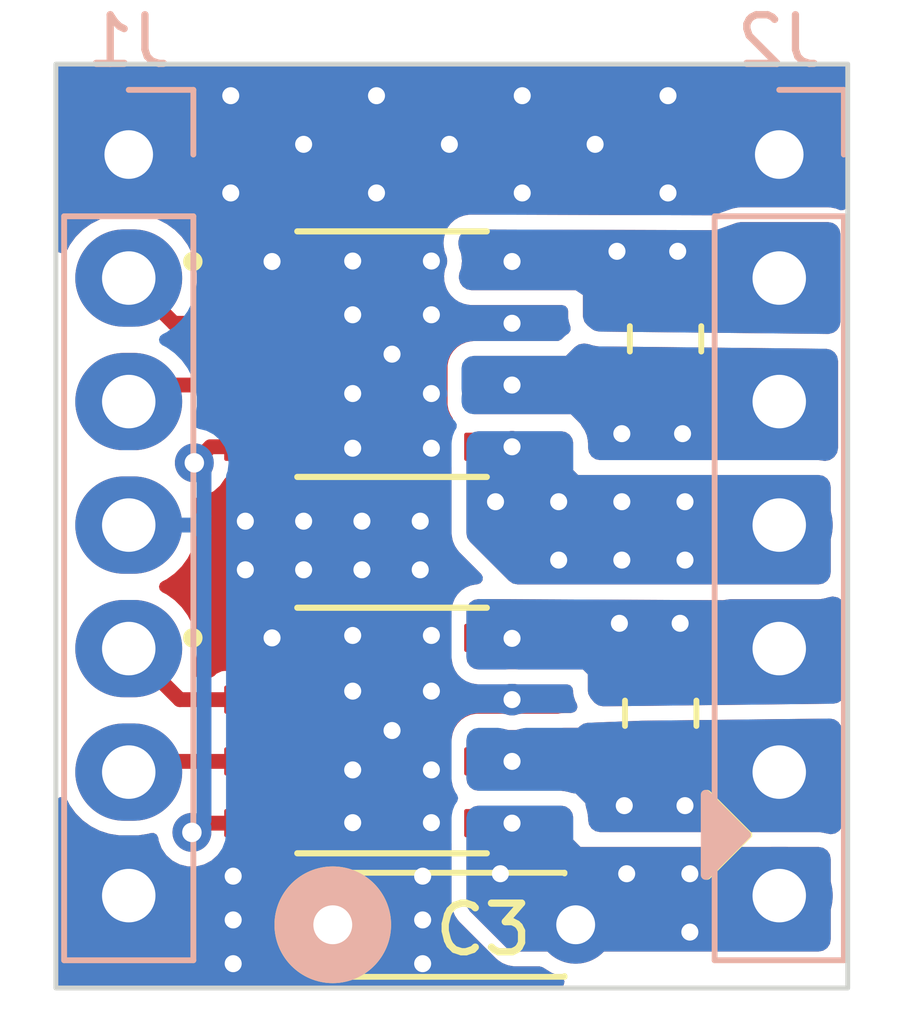
<source format=kicad_pcb>
(kicad_pcb (version 20240108) (generator "pcbnew") (generator_version "8.0")
  (layers (0 "F.Cu" signal) (31 "B.Cu" signal) (34 "B.Paste" user) (35 "F.Paste" user) (36 "B.SilkS" user "B.Silkscreen") (37 "F.SilkS" user "F.Silkscreen") (38 "B.Mask" user) (39 "F.Mask" user) (44 "Edge.Cuts" user))
  (net 0 "")
  (net 1 "/OUT_A2")
  (net 2 "/OUT_A1")
  (net 3 "/OUT_B1")
  (net 4 "/OUT_B2")
  (net 5 "GND")
  (net 6 "/VM")
  (net 7 "/VREF")
  (net 8 "/IN_A2")
  (net 9 "/IN_A1")
  (net 10 "/IN_B2")
  (net 11 "/IN_B1")
  (footprint "TB67H450FNG_EL:TB67H450FNG_EL" (layer "F.Cu") (at 111.07 108.215)
    (property "Reference" "IC2" (hide yes))
    (property "Value" "Motor_B" (hide yes))
    (fp_line (start -1.95 -2.525) (end 1.95 -2.525) (stroke (width 0.127)) (layer "F.SilkS"))
    (fp_line (start -1.95 2.525) (end 1.95 2.525) (stroke (width 0.127)) (layer "F.SilkS"))
    (fp_circle (center -4.1 -1.905) (end -4 -1.905) (stroke (width 0.2)) (fill none) (layer "F.SilkS"))
    (pad "1" smd roundrect (at -2.47 -1.905) (size 1.97 0.58) (layers "F.Cu" "F.Paste" "F.Mask") (roundrect_rratio 0.07) (net 5 "GND"))
    (pad "2" smd roundrect (at -2.47 -0.635) (size 1.97 0.58) (layers "F.Cu" "F.Paste" "F.Mask") (roundrect_rratio 0.07) (net 10 "/IN_B2"))
    (pad "3" smd roundrect (at -2.47 0.635) (size 1.97 0.58) (layers "F.Cu" "F.Paste" "F.Mask") (roundrect_rratio 0.07) (net 11 "/IN_B1"))
    (pad "4" smd roundrect (at -2.47 1.905) (size 1.97 0.58) (layers "F.Cu" "F.Paste" "F.Mask") (roundrect_rratio 0.07) (net 7 "/VREF"))
    (pad "5" smd roundrect (at 2.47 1.905) (size 1.97 0.58) (layers "F.Cu" "F.Paste" "F.Mask") (roundrect_rratio 0.07) (net 6 "/VM"))
    (pad "6" smd roundrect (at 2.47 0.635) (size 1.97 0.58) (layers "F.Cu" "F.Paste" "F.Mask") (roundrect_rratio 0.07) (net 3 "/OUT_B1"))
    (pad "7" smd roundrect (at 2.47 -0.635) (size 1.97 0.58) (layers "F.Cu" "F.Paste" "F.Mask") (roundrect_rratio 0.07) (net 5 "GND"))
    (pad "8" smd roundrect (at 2.47 -1.905) (size 1.97 0.58) (layers "F.Cu" "F.Paste" "F.Mask") (roundrect_rratio 0.07) (net 4 "/OUT_B2"))
    (pad "9" smd rect (at 0 0) (size 2.285 2.285) (layers "F.Cu" "F.Mask") (net 5 "GND"))
  )
  (footprint "Capacitor_SMD:C_0805_2012Metric" (layer "F.Cu") (at 116.6 115.6 90)
    (property "Reference" "C2" (hide yes))
    (property "Value" "100n" (hide yes))
    (fp_line (start -0.261252 -0.735) (end 0.261252 -0.735) (stroke (width 0.12)) (layer "F.SilkS"))
    (fp_line (start -0.261252 0.735) (end 0.261252 0.735) (stroke (width 0.12)) (layer "F.SilkS"))
    (pad "1" smd roundrect (at -0.95 0 90) (size 1 1.45) (layers "F.Cu" "F.Paste" "F.Mask") (net 2 "/OUT_A1"))
    (pad "2" smd roundrect (at 0.95 0 90) (size 1 1.45) (layers "F.Cu" "F.Paste" "F.Mask") (net 1 "/OUT_A2"))
  )
  (footprint "Capacitor_THT:C_Disc_D4.3mm_W1.9mm_P5.00mm" (layer "F.Cu") (at 114.85 119.95 180)
    (property "Reference" "C3" (at 1.9 -0.1 0) (layer "F.SilkS"))
    (property "Value" "100u" (hide yes))
    (fp_line (start 4.77 1.055) (end 4.77 1.07) (stroke (width 0.12)) (layer "F.SilkS"))
    (fp_line (start 4.77 -1.07) (end 4.77 -1.055) (stroke (width 0.12)) (layer "F.SilkS"))
    (fp_line (start 0.23 1.07) (end 4.77 1.07) (stroke (width 0.12)) (layer "F.SilkS"))
    (fp_line (start 0.23 1.055) (end 0.23 1.07) (stroke (width 0.12)) (layer "F.SilkS"))
    (fp_line (start 0.23 -1.07) (end 4.77 -1.07) (stroke (width 0.12)) (layer "F.SilkS"))
    (fp_line (start 0.23 -1.07) (end 0.23 -1.055) (stroke (width 0.12)) (layer "F.SilkS"))
    (pad "1" thru_hole circle (at 0 0 180) (size 1.6 1.6) (drill 0.8) (layers "*.Cu" "*.Mask") (net 6 "/VM"))
    (pad "2" thru_hole circle (at 5 0 180) (size 1.6 1.6) (drill 0.8) (layers "*.Cu" "*.Mask") (net 5 "GND"))
  )
  (footprint "Capacitor_SMD:C_0805_2012Metric" (layer "F.Cu") (at 116.7 107.9 90)
    (property "Reference" "C1" (hide yes))
    (property "Value" "100n" (hide yes))
    (fp_line (start -0.261252 -0.735) (end 0.261252 -0.735) (stroke (width 0.12)) (layer "F.SilkS"))
    (fp_line (start -0.261252 0.735) (end 0.261252 0.735) (stroke (width 0.12)) (layer "F.SilkS"))
    (pad "1" smd roundrect (at -0.95 0 90) (size 1 1.45) (layers "F.Cu" "F.Paste" "F.Mask") (net 3 "/OUT_B1"))
    (pad "2" smd roundrect (at 0.95 0 90) (size 1 1.45) (layers "F.Cu" "F.Paste" "F.Mask") (net 4 "/OUT_B2"))
  )
  (footprint "TB67H450FNG_EL:TB67H450FNG_EL" (layer "F.Cu") (at 111.07 115.955)
    (property "Reference" "IC1" (hide yes))
    (property "Value" "Motor_A" (hide yes))
    (fp_line (start -1.95 -2.525) (end 1.95 -2.525) (stroke (width 0.127)) (layer "F.SilkS"))
    (fp_line (start -1.95 2.525) (end 1.95 2.525) (stroke (width 0.127)) (layer "F.SilkS"))
    (fp_circle (center -4.1 -1.905) (end -4 -1.905) (stroke (width 0.2)) (fill none) (layer "F.SilkS"))
    (pad "1" smd roundrect (at -2.47 -1.905) (size 1.97 0.58) (layers "F.Cu" "F.Paste" "F.Mask") (roundrect_rratio 0.07) (net 5 "GND"))
    (pad "2" smd roundrect (at -2.47 -0.635) (size 1.97 0.58) (layers "F.Cu" "F.Paste" "F.Mask") (roundrect_rratio 0.07) (net 8 "/IN_A2"))
    (pad "3" smd roundrect (at -2.47 0.635) (size 1.97 0.58) (layers "F.Cu" "F.Paste" "F.Mask") (roundrect_rratio 0.07) (net 9 "/IN_A1"))
    (pad "4" smd roundrect (at -2.47 1.905) (size 1.97 0.58) (layers "F.Cu" "F.Paste" "F.Mask") (roundrect_rratio 0.07) (net 7 "/VREF"))
    (pad "5" smd roundrect (at 2.47 1.905) (size 1.97 0.58) (layers "F.Cu" "F.Paste" "F.Mask") (roundrect_rratio 0.07) (net 6 "/VM"))
    (pad "6" smd roundrect (at 2.47 0.635) (size 1.97 0.58) (layers "F.Cu" "F.Paste" "F.Mask") (roundrect_rratio 0.07) (net 2 "/OUT_A1"))
    (pad "7" smd roundrect (at 2.47 -0.635) (size 1.97 0.58) (layers "F.Cu" "F.Paste" "F.Mask") (roundrect_rratio 0.07) (net 5 "GND"))
    (pad "8" smd roundrect (at 2.47 -1.905) (size 1.97 0.58) (layers "F.Cu" "F.Paste" "F.Mask") (roundrect_rratio 0.07) (net 1 "/OUT_A2"))
    (pad "9" smd rect (at 0 0) (size 2.285 2.285) (layers "F.Cu" "F.Mask") (net 5 "GND"))
  )
  (footprint "Connector_PinHeader_2.54mm:PinHeader_1x07_P2.54mm_Vertical" (layer "B.Cu") (at 119.04 104.11 180)
    (property "Reference" "J2" (at 0 2.33 0) (layer "B.SilkS") (effects (justify mirror)))
    (property "Value" "Conn_01x07_Pin" (hide yes))
    (fp_line (start 1.33 -1.27) (end -1.33 -1.27) (stroke (width 0.12)) (layer "B.SilkS"))
    (fp_line (start 1.33 -16.57) (end 1.33 -1.27) (stroke (width 0.12)) (layer "B.SilkS"))
    (fp_line (start 1.33 -16.57) (end -1.33 -16.57) (stroke (width 0.12)) (layer "B.SilkS"))
    (fp_line (start 0 1.33) (end -1.33 1.33) (stroke (width 0.12)) (layer "B.SilkS"))
    (fp_line (start -1.33 1.33) (end -1.33 0) (stroke (width 0.12)) (layer "B.SilkS"))
    (fp_line (start -1.33 -16.57) (end -1.33 -1.27) (stroke (width 0.12)) (layer "B.SilkS"))
    (pad "1" thru_hole rect (at 0 0 180) (size 2.2 2) (drill 1) (layers "*.Cu" "*.Mask") (net 5 "GND"))
    (pad "2" thru_hole oval (at 0 -2.54 180) (size 2.2 2) (drill 1.1) (layers "*.Cu" "*.Mask") (net 4 "/OUT_B2"))
    (pad "3" thru_hole oval (at 0 -5.08 180) (size 2.2 2) (drill 1.1) (layers "*.Cu" "*.Mask") (net 3 "/OUT_B1"))
    (pad "4" thru_hole oval (at 0 -7.62 180) (size 2.2 2) (drill 1.1) (layers "*.Cu" "*.Mask") (net 6 "/VM"))
    (pad "5" thru_hole oval (at 0 -10.16 180) (size 2.2 2) (drill 1.1) (layers "*.Cu" "*.Mask") (net 1 "/OUT_A2"))
    (pad "6" thru_hole oval (at 0 -12.7 180) (size 2.2 2) (drill 1.1) (layers "*.Cu" "*.Mask") (net 2 "/OUT_A1"))
    (pad "7" thru_hole oval (at 0 -15.24 180) (size 2.2 2) (drill 1.1) (layers "*.Cu" "*.Mask") (net 6 "/VM"))
  )
  (footprint "Connector_PinHeader_2.54mm:PinHeader_1x07_P2.54mm_Vertical" (layer "B.Cu") (at 105.65 104.11 180)
    (property "Reference" "J1" (at 0 2.33 0) (layer "B.SilkS") (effects (justify mirror)))
    (property "Value" "Conn_01x07_Pin" (hide yes))
    (fp_line (start 1.33 -1.27) (end -1.33 -1.27) (stroke (width 0.12)) (layer "B.SilkS"))
    (fp_line (start 1.33 -16.57) (end 1.33 -1.27) (stroke (width 0.12)) (layer "B.SilkS"))
    (fp_line (start 1.33 -16.57) (end -1.33 -16.57) (stroke (width 0.12)) (layer "B.SilkS"))
    (fp_line (start 0 1.33) (end -1.33 1.33) (stroke (width 0.12)) (layer "B.SilkS"))
    (fp_line (start -1.33 1.33) (end -1.33 0) (stroke (width 0.12)) (layer "B.SilkS"))
    (fp_line (start -1.33 -16.57) (end -1.33 -1.27) (stroke (width 0.12)) (layer "B.SilkS"))
    (pad "1" thru_hole rect (at 0 0 180) (size 2.2 2) (drill 1) (layers "*.Cu" "*.Mask") (net 5 "GND"))
    (pad "2" thru_hole oval (at 0 -2.54 180) (size 2.2 2) (drill 1.1) (layers "*.Cu" "*.Mask") (net 10 "/IN_B2"))
    (pad "3" thru_hole oval (at 0 -5.08 180) (size 2.2 2) (drill 1.1) (layers "*.Cu" "*.Mask") (net 11 "/IN_B1"))
    (pad "4" thru_hole oval (at 0 -7.62 180) (size 2.2 2) (drill 1.1) (layers "*.Cu" "*.Mask") (net 7 "/VREF"))
    (pad "5" thru_hole oval (at 0 -10.16 180) (size 2.2 2) (drill 1.1) (layers "*.Cu" "*.Mask") (net 8 "/IN_A2"))
    (pad "6" thru_hole oval (at 0 -12.7 180) (size 2.2 2) (drill 1.1) (layers "*.Cu" "*.Mask") (net 9 "/IN_A1"))
    (pad "7" thru_hole oval (at 0 -15.24 180) (size 2.2 2) (drill 1.1) (layers "*.Cu" "*.Mask") (net 5 "GND"))
  )
  (gr_circle (center 109.85 119.95) (end 108.75 119.95) (stroke (width 0.2)) (fill solid) (layer "B.SilkS"))
  (gr_poly (pts (xy 117.525 117.275) (xy 117.525 118.925) (xy 118.35 118.1)) (stroke (width 0.2)) (fill solid) (layer "B.SilkS"))
  (gr_poly (pts (xy 117.55 117.275) (xy 117.55 118.925) (xy 118.375 118.1)) (stroke (width 0.2)) (fill solid) (layer "F.SilkS"))
  (gr_circle (center 109.85 119.95) (end 110.95 119.95) (stroke (width 0.2)) (fill solid) (layer "F.SilkS"))
  (gr_rect (start 104.15 102.25) (end 120.45 121.25) (stroke (width 0.1)) (fill none) (layer "Edge.Cuts"))
  (via (at 113.54 114.06) (size 0.65) (drill 0.35) (layers "F.Cu" "B.Cu") (net 1))
  (via (at 117 113.75) (size 0.65) (drill 0.35) (layers "F.Cu" "B.Cu") (net 1))
  (via (at 115.75 113.75) (size 0.65) (drill 0.35) (layers "F.Cu" "B.Cu") (net 1))
  (via (at 117.1 117.5) (size 0.65) (drill 0.35) (layers "F.Cu" "B.Cu") (net 2))
  (via (at 113.54 116.59) (size 0.65) (drill 0.35) (layers "F.Cu" "B.Cu") (net 2))
  (via (at 115.85 117.5) (size 0.65) (drill 0.35) (layers "F.Cu" "B.Cu") (net 2))
  (via (at 115.8 109.85) (size 0.65) (drill 0.35) (layers "F.Cu" "B.Cu") (net 3))
  (via (at 113.54 108.85) (size 0.65) (drill 0.35) (layers "F.Cu" "B.Cu") (net 3))
  (via (at 117.05 109.85) (size 0.65) (drill 0.35) (layers "F.Cu" "B.Cu") (net 3))
  (via (at 113.54 106.31) (size 0.65) (drill 0.35) (layers "F.Cu" "B.Cu") (net 4))
  (via (at 116.95 106.1) (size 0.65) (drill 0.35) (layers "F.Cu" "B.Cu") (net 4))
  (via (at 115.7 106.1) (size 0.65) (drill 0.35) (layers "F.Cu" "B.Cu") (net 4))
  (via (at 109.25 103.9) (size 0.65) (drill 0.35) (layers "F.Cu" "B.Cu") (net 5))
  (via (at 115.25 103.9) (size 0.65) (drill 0.35) (layers "F.Cu" "B.Cu") (net 5))
  (via (at 110.75 104.9) (size 0.65) (drill 0.35) (layers "F.Cu" "B.Cu") (net 5))
  (via (at 107.8 119.85) (size 0.65) (drill 0.35) (layers "F.Cu" "B.Cu") (net 5))
  (via (at 111.88 107.405) (size 0.65) (drill 0.35) (layers "F.Cu" "B.Cu") (net 5))
  (via (at 110.45 112.65) (size 0.65) (drill 0.35) (layers "F.Cu" "B.Cu") (net 5))
  (via (at 111.7 118.95) (size 0.65) (drill 0.35) (layers "F.Cu" "B.Cu") (net 5))
  (via (at 110.26 116.765) (size 0.65) (drill 0.35) (layers "F.Cu" "B.Cu") (net 5))
  (via (at 111.88 109.025) (size 0.65) (drill 0.35) (layers "F.Cu" "B.Cu") (net 5))
  (via (at 111.88 116.765) (size 0.65) (drill 0.35) (layers "F.Cu" "B.Cu") (net 5))
  (via (at 107.75 104.9) (size 0.65) (drill 0.35) (layers "F.Cu" "B.Cu") (net 5))
  (via (at 111.7 119.85) (size 0.65) (drill 0.35) (layers "F.Cu" "B.Cu") (net 5))
  (via (at 111.7 120.75) (size 0.65) (drill 0.35) (layers "F.Cu" "B.Cu") (net 5))
  (via (at 111.88 117.85) (size 0.65) (drill 0.35) (layers "F.Cu" "B.Cu") (net 5))
  (via (at 113.54 115.32) (size 0.65) (drill 0.35) (layers "F.Cu" "B.Cu") (net 5))
  (via (at 111.65 111.65) (size 0.65) (drill 0.35) (layers "F.Cu" "B.Cu") (net 5))
  (via (at 108.6 114.05) (size 0.65) (drill 0.35) (layers "F.Cu" "B.Cu") (net 5))
  (via (at 113.75 104.9) (size 0.65) (drill 0.35) (layers "F.Cu" "B.Cu") (net 5))
  (via (at 107.75 102.9) (size 0.65) (drill 0.35) (layers "F.Cu" "B.Cu") (net 5))
  (via (at 112.25 103.9) (size 0.65) (drill 0.35) (layers "F.Cu" "B.Cu") (net 5))
  (via (at 109.25 111.65) (size 0.65) (drill 0.35) (layers "F.Cu" "B.Cu") (net 5))
  (via (at 110.26 115.145) (size 0.65) (drill 0.35) (layers "F.Cu" "B.Cu") (net 5))
  (via (at 111.88 110.15) (size 0.65) (drill 0.35) (layers "F.Cu" "B.Cu") (net 5))
  (via (at 110.26 107.405) (size 0.65) (drill 0.35) (layers "F.Cu" "B.Cu") (net 5))
  (via (at 108.6 106.31) (size 0.65) (drill 0.35) (layers "F.Cu" "B.Cu") (net 5))
  (via (at 110.75 102.9) (size 0.65) (drill 0.35) (layers "F.Cu" "B.Cu") (net 5))
  (via (at 110.26 106.3) (size 0.65) (drill 0.35) (layers "F.Cu" "B.Cu") (net 5))
  (via (at 111.88 115.145) (size 0.65) (drill 0.35) (layers "F.Cu" "B.Cu") (net 5))
  (via (at 111.88 106.3) (size 0.65) (drill 0.35) (layers "F.Cu" "B.Cu") (net 5))
  (via (at 110.26 109.025) (size 0.65) (drill 0.35) (layers "F.Cu" "B.Cu") (net 5))
  (via (at 113.54 107.58) (size 0.65) (drill 0.35) (layers "F.Cu" "B.Cu") (net 5))
  (via (at 111.88 114) (size 0.65) (drill 0.35) (layers "F.Cu" "B.Cu") (net 5))
  (via (at 116.75 102.9) (size 0.65) (drill 0.35) (layers "F.Cu" "B.Cu") (net 5))
  (via (at 110.26 117.85) (size 0.65) (drill 0.35) (layers "F.Cu" "B.Cu") (net 5))
  (via (at 113.75 102.9) (size 0.65) (drill 0.35) (layers "F.Cu" "B.Cu") (net 5))
  (via (at 110.26 114) (size 0.65) (drill 0.35) (layers "F.Cu" "B.Cu") (net 5))
  (via (at 107.8 118.95) (size 0.65) (drill 0.35) (layers "F.Cu" "B.Cu") (net 5))
  (via (at 107.8 120.75) (size 0.65) (drill 0.35) (layers "F.Cu" "B.Cu") (net 5))
  (via (at 111.07 108.215) (size 0.65) (drill 0.35) (layers "F.Cu" "B.Cu") (net 5))
  (via (at 110.26 110.15) (size 0.65) (drill 0.35) (layers "F.Cu" "B.Cu") (net 5))
  (via (at 116.75 104.9) (size 0.65) (drill 0.35) (layers "F.Cu" "B.Cu") (net 5))
  (via (at 111.07 115.955) (size 0.65) (drill 0.35) (layers "F.Cu" "B.Cu") (net 5))
  (via (at 109.25 112.65) (size 0.65) (drill 0.35) (layers "F.Cu" "B.Cu") (net 5))
  (via (at 110.45 111.65) (size 0.65) (drill 0.35) (layers "F.Cu" "B.Cu") (net 5))
  (via (at 108.05 112.65) (size 0.65) (drill 0.35) (layers "F.Cu" "B.Cu") (net 5))
  (via (at 108.05 111.65) (size 0.65) (drill 0.35) (layers "F.Cu" "B.Cu") (net 5))
  (via (at 111.65 112.65) (size 0.65) (drill 0.35) (layers "F.Cu" "B.Cu") (net 5))
  (via (at 117.1 112.45) (size 0.65) (drill 0.35) (layers "F.Cu" "B.Cu") (net 6))
  (via (at 117.2 118.9) (size 0.65) (drill 0.35) (layers "F.Cu" "B.Cu") (net 6))
  (via (at 114.5 111.25) (size 0.65) (drill 0.35) (layers "F.Cu" "B.Cu") (net 6))
  (via (at 117.2 120.1) (size 0.65) (drill 0.35) (layers "F.Cu" "B.Cu") (net 6))
  (via (at 114.5 112.45) (size 0.65) (drill 0.35) (layers "F.Cu" "B.Cu") (net 6))
  (via (at 113.54 110.12) (size 0.65) (drill 0.35) (layers "F.Cu" "B.Cu") (net 6))
  (via (at 113.2 111.25) (size 0.65) (drill 0.35) (layers "F.Cu" "B.Cu") (net 6))
  (via (at 113.54 117.86) (size 0.65) (drill 0.35) (layers "F.Cu" "B.Cu") (net 6))
  (via (at 113.3 118.9) (size 0.65) (drill 0.35) (layers "F.Cu" "B.Cu") (net 6))
  (via (at 115.8 112.45) (size 0.65) (drill 0.35) (layers "F.Cu" "B.Cu") (net 6))
  (via (at 117.1 111.25) (size 0.65) (drill 0.35) (layers "F.Cu" "B.Cu") (net 6))
  (via (at 115.9 118.9) (size 0.65) (drill 0.35) (layers "F.Cu" "B.Cu") (net 6))
  (via (at 115.8 111.25) (size 0.65) (drill 0.35) (layers "F.Cu" "B.Cu") (net 6))
  (segment (start 107.14 117.86) (end 106.95 118.05) (width 0.3048) (layer "F.Cu") (net 7))
  (segment (start 108.6 117.86) (end 107.14 117.86) (width 0.3048) (layer "F.Cu") (net 7))
  (segment (start 107.33 110.12) (end 108.6 110.12) (width 0.3048) (layer "F.Cu") (net 7))
  (segment (start 107 110.45) (end 107.33 110.12) (width 0.3048) (layer "F.Cu") (net 7))
  (via (at 106.95 118.05) (size 0.8) (drill 0.4) (layers "F.Cu" "B.Cu") (net 7))
  (via (at 107 110.45) (size 0.8) (drill 0.4) (layers "F.Cu" "B.Cu") (net 7))
  (segment (start 107.02 111.73) (end 107.2 111.55) (width 0.3048) (layer "B.Cu") (net 7))
  (segment (start 107 110.45) (end 107.2 110.65) (width 0.3048) (layer "B.Cu") (net 7))
  (segment (start 105.65 111.73) (end 107.02 111.73) (width 0.3048) (layer "B.Cu") (net 7))
  (segment (start 106.95 118.05) (end 107.05 117.95) (width 0.3048) (layer "B.Cu") (net 7))
  (segment (start 107.03 111.73) (end 107.2 111.9) (width 0.3048) (layer "B.Cu") (net 7))
  (segment (start 107.2 117.8) (end 106.95 118.05) (width 0.3048) (layer "B.Cu") (net 7))
  (segment (start 107.2 110.65) (end 107.2 111.55) (width 0.3048) (layer "B.Cu") (net 7))
  (segment (start 107.2 111.55) (end 107.2 111.9) (width 0.3048) (layer "B.Cu") (net 7))
  (segment (start 107.02 111.73) (end 107.03 111.73) (width 0.3048) (layer "B.Cu") (net 7))
  (segment (start 107.05 117.95) (end 107.2 117.95) (width 0.3048) (layer "B.Cu") (net 7))
  (segment (start 107.2 111.9) (end 107.2 117.8) (width 0.3048) (layer "B.Cu") (net 7))
  (segment (start 106.7 115.32) (end 105.65 114.27) (width 0.3048) (layer "F.Cu") (net 8))
  (segment (start 108.6 115.32) (end 106.7 115.32) (width 0.3048) (layer "F.Cu") (net 8))
  (segment (start 105.87 116.59) (end 105.65 116.81) (width 0.3048) (layer "F.Cu") (net 9))
  (segment (start 108.6 116.59) (end 105.87 116.59) (width 0.3048) (layer "F.Cu") (net 9))
  (segment (start 106.58 107.58) (end 105.65 106.65) (width 0.3048) (layer "F.Cu") (net 10))
  (segment (start 108.6 107.58) (end 106.58 107.58) (width 0.3048) (layer "F.Cu") (net 10))
  (segment (start 105.99 108.85) (end 105.65 109.19) (width 0.3048) (layer "F.Cu") (net 11))
  (segment (start 108.6 108.85) (end 105.99 108.85) (width 0.3048) (layer "F.Cu") (net 11))
  (zone (net 4) (net_name "/OUT_B2") (layers "F&B.Cu") (priority 2) (connect_pads yes (clearance 0.3)) (min_thickness 0.5) (fill yes (thermal_gap 0.5) (thermal_bridge_width 0.5))
    (polygon (pts (xy 112.55 106.9) (xy 114.85 106.9) (xy 115 107) (xy 115 107.55) (xy 115.249 107.75) (xy 120.1 107.8) (xy 120.3 107.7) (xy 120.3 105.5) (xy 118.2 105.5) (xy 117.73465 105.66535) (xy 112.45 105.65) (xy 112.4 106.6)))
  )
  (zone (net 6) (net_name "/VM") (layers "F&B.Cu") (priority 3) (connect_pads yes (clearance 0.3)) (min_thickness 0.5) (fill yes (thermal_gap 0.5) (thermal_bridge_width 0.5))
    (polygon (pts (xy 112.6 109.8) (xy 114.8 109.8) (xy 114.8 110.6) (xy 114.9 110.7) (xy 120.1 110.7) (xy 120.1 112.95) (xy 113.55 112.95) (xy 112.6 112)))
  )
  (zone (net 5) (net_name "GND") (layers "F&B.Cu") (connect_pads yes (clearance 0.3)) (min_thickness 0.25) (fill yes (thermal_gap 0.5) (thermal_bridge_width 0.5))
    (polygon (pts (xy 103 101) (xy 103 122) (xy 122 122) (xy 122 101)))
  )
  (zone (net 2) (net_name "/OUT_A1") (layers "F&B.Cu") (priority 1) (connect_pads yes (clearance 0.3)) (min_thickness 0.5) (fill yes (thermal_gap 0.5) (thermal_bridge_width 0.5))
    (polygon (pts (xy 112.6 117.25) (xy 114.85 117.25) (xy 115.05 117.45) (xy 115.05 118.05) (xy 115.3 118.3) (xy 120.1 118.3) (xy 120.35 118.05) (xy 120.35 115.95) (xy 120.2 115.6) (xy 115 115.8) (xy 114.9 115.9) (xy 112.6 115.9)))
  )
  (zone (net 6) (net_name "/VM") (layers "F&B.Cu") (priority 3) (connect_pads yes (clearance 0.3)) (min_thickness 0.5) (fill yes (thermal_gap 0.5) (thermal_bridge_width 0.5))
    (polygon (pts (xy 112.6 117.5) (xy 114.8 117.5) (xy 114.8 118.2) (xy 114.95 118.35) (xy 120.1 118.35) (xy 120.1 120.5) (xy 113.5 120.5) (xy 112.6 119.6)))
  )
  (zone (net 1) (net_name "/OUT_A2") (layers "F&B.Cu") (priority 2) (connect_pads yes (clearance 0.3)) (min_thickness 0.5) (fill yes (thermal_gap 0.5) (thermal_bridge_width 0.5))
    (polygon (pts (xy 112.7 114.7) (xy 115 114.7) (xy 115.1 114.8) (xy 115.1 115.219797) (xy 115.297612 115.458534) (xy 120.4 115.4) (xy 120.4 115.35) (xy 120.4 113.3) (xy 120.3 113.2) (xy 118.4 113.2) (xy 117.88465 113.275) (xy 112.6 113.25) (xy 112.6 114.6)))
  )
  (zone (net 3) (net_name "/OUT_B1") (layers "F&B.Cu") (priority 1) (connect_pads yes (clearance 0.3)) (min_thickness 0.5) (fill yes (thermal_gap 0.5) (thermal_bridge_width 0.5))
    (polygon (pts (xy 112.5 109.45) (xy 114.75 109.45) (xy 114.95 109.65) (xy 114.95 110.25) (xy 115.2 110.5) (xy 120 110.5) (xy 120.25 110.25) (xy 120.25 108.15) (xy 120.1 107.9) (xy 114.9 108) (xy 114.65 108.25) (xy 112.5 108.25)))
  )
)
</source>
